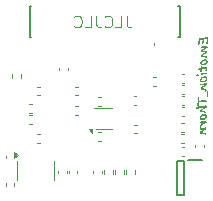
<source format=gbr>
%TF.GenerationSoftware,KiCad,Pcbnew,9.0.2*%
%TF.CreationDate,2025-10-20T10:27:04+08:00*%
%TF.ProjectId,IMX415,494d5834-3135-42e6-9b69-6361645f7063,rev?*%
%TF.SameCoordinates,Original*%
%TF.FileFunction,Legend,Bot*%
%TF.FilePolarity,Positive*%
%FSLAX46Y46*%
G04 Gerber Fmt 4.6, Leading zero omitted, Abs format (unit mm)*
G04 Created by KiCad (PCBNEW 9.0.2) date 2025-10-20 10:27:04*
%MOMM*%
%LPD*%
G01*
G04 APERTURE LIST*
%ADD10C,0.100000*%
%ADD11C,0.120000*%
%ADD12C,0.000000*%
%ADD13C,0.200000*%
G04 APERTURE END LIST*
D10*
X165010401Y-102462419D02*
X165010401Y-103176704D01*
X165010401Y-103176704D02*
X165058020Y-103319561D01*
X165058020Y-103319561D02*
X165153258Y-103414800D01*
X165153258Y-103414800D02*
X165296115Y-103462419D01*
X165296115Y-103462419D02*
X165391353Y-103462419D01*
X164058020Y-103462419D02*
X164534210Y-103462419D01*
X164534210Y-103462419D02*
X164534210Y-102462419D01*
X163153258Y-103367180D02*
X163200877Y-103414800D01*
X163200877Y-103414800D02*
X163343734Y-103462419D01*
X163343734Y-103462419D02*
X163438972Y-103462419D01*
X163438972Y-103462419D02*
X163581829Y-103414800D01*
X163581829Y-103414800D02*
X163677067Y-103319561D01*
X163677067Y-103319561D02*
X163724686Y-103224323D01*
X163724686Y-103224323D02*
X163772305Y-103033847D01*
X163772305Y-103033847D02*
X163772305Y-102890990D01*
X163772305Y-102890990D02*
X163724686Y-102700514D01*
X163724686Y-102700514D02*
X163677067Y-102605276D01*
X163677067Y-102605276D02*
X163581829Y-102510038D01*
X163581829Y-102510038D02*
X163438972Y-102462419D01*
X163438972Y-102462419D02*
X163343734Y-102462419D01*
X163343734Y-102462419D02*
X163200877Y-102510038D01*
X163200877Y-102510038D02*
X163153258Y-102557657D01*
X162438972Y-102462419D02*
X162438972Y-103176704D01*
X162438972Y-103176704D02*
X162486591Y-103319561D01*
X162486591Y-103319561D02*
X162581829Y-103414800D01*
X162581829Y-103414800D02*
X162724686Y-103462419D01*
X162724686Y-103462419D02*
X162819924Y-103462419D01*
X161486591Y-103462419D02*
X161962781Y-103462419D01*
X161962781Y-103462419D02*
X161962781Y-102462419D01*
X160581829Y-103367180D02*
X160629448Y-103414800D01*
X160629448Y-103414800D02*
X160772305Y-103462419D01*
X160772305Y-103462419D02*
X160867543Y-103462419D01*
X160867543Y-103462419D02*
X161010400Y-103414800D01*
X161010400Y-103414800D02*
X161105638Y-103319561D01*
X161105638Y-103319561D02*
X161153257Y-103224323D01*
X161153257Y-103224323D02*
X161200876Y-103033847D01*
X161200876Y-103033847D02*
X161200876Y-102890990D01*
X161200876Y-102890990D02*
X161153257Y-102700514D01*
X161153257Y-102700514D02*
X161105638Y-102605276D01*
X161105638Y-102605276D02*
X161010400Y-102510038D01*
X161010400Y-102510038D02*
X160867543Y-102462419D01*
X160867543Y-102462419D02*
X160772305Y-102462419D01*
X160772305Y-102462419D02*
X160629448Y-102510038D01*
X160629448Y-102510038D02*
X160581829Y-102557657D01*
D11*
%TO.C,C22*%
X162607163Y-113050000D02*
X162822835Y-113050000D01*
X162607163Y-112330000D02*
X162822835Y-112330000D01*
D12*
%TO.C,G\u002A\u002A\u002A*%
G36*
X171838582Y-104286706D02*
G01*
X171879227Y-104312303D01*
X171893638Y-104330387D01*
X171901704Y-104352409D01*
X171903607Y-104385093D01*
X171900730Y-104436418D01*
X171900298Y-104442041D01*
X171893393Y-104519262D01*
X171884615Y-104600452D01*
X171874679Y-104680499D01*
X171864303Y-104754286D01*
X171854200Y-104816695D01*
X171845088Y-104862612D01*
X171837684Y-104886918D01*
X171832050Y-104895762D01*
X171809022Y-104909494D01*
X171782224Y-104898462D01*
X171754474Y-104863461D01*
X171747674Y-104851460D01*
X171739766Y-104833102D01*
X171736610Y-104812332D01*
X171738263Y-104783162D01*
X171744781Y-104739598D01*
X171756218Y-104675655D01*
X171758225Y-104664693D01*
X171773604Y-104580954D01*
X171784538Y-104519766D01*
X171791066Y-104477624D01*
X171793226Y-104451015D01*
X171791058Y-104436428D01*
X171784602Y-104430355D01*
X171773896Y-104429286D01*
X171758981Y-104429709D01*
X171730572Y-104431211D01*
X171681481Y-104438240D01*
X171632830Y-104449145D01*
X171593380Y-104461841D01*
X171571894Y-104474241D01*
X171570558Y-104476489D01*
X171563107Y-104500651D01*
X171553403Y-104544689D01*
X171542552Y-104603194D01*
X171531663Y-104670753D01*
X171526700Y-104703077D01*
X171514455Y-104774053D01*
X171503342Y-104823012D01*
X171492479Y-104853401D01*
X171480981Y-104868666D01*
X171470806Y-104875723D01*
X171448784Y-104884120D01*
X171431758Y-104872922D01*
X171412972Y-104839199D01*
X171407998Y-104828365D01*
X171400713Y-104807387D01*
X171397763Y-104783856D01*
X171399231Y-104751803D01*
X171405200Y-104705260D01*
X171415753Y-104638258D01*
X171424710Y-104580002D01*
X171431568Y-104528670D01*
X171435163Y-104492873D01*
X171434844Y-104478068D01*
X171427887Y-104476233D01*
X171399894Y-104478374D01*
X171358460Y-104485800D01*
X171311317Y-104496656D01*
X171266198Y-104509087D01*
X171230838Y-104521239D01*
X171212970Y-104531260D01*
X171211371Y-104534151D01*
X171204394Y-104560113D01*
X171196461Y-104605863D01*
X171188433Y-104665906D01*
X171181167Y-104734746D01*
X171179444Y-104752861D01*
X171172086Y-104820759D01*
X171164416Y-104879008D01*
X171157246Y-104921909D01*
X171151388Y-104943756D01*
X171142535Y-104955231D01*
X171116418Y-104963944D01*
X171086672Y-104953023D01*
X171061122Y-104924169D01*
X171060176Y-104922451D01*
X171053310Y-104906384D01*
X171049670Y-104886314D01*
X171049433Y-104857738D01*
X171052774Y-104816151D01*
X171059875Y-104757052D01*
X171070910Y-104675937D01*
X171076486Y-104635064D01*
X171086000Y-104560654D01*
X171093604Y-104495010D01*
X171098629Y-104444059D01*
X171100411Y-104413729D01*
X171101090Y-104392927D01*
X171109807Y-104362603D01*
X171131922Y-104353814D01*
X171171657Y-104363587D01*
X171191665Y-104368801D01*
X171218019Y-104371039D01*
X171254593Y-104369961D01*
X171305448Y-104365301D01*
X171374651Y-104356790D01*
X171466264Y-104344160D01*
X171544441Y-104332670D01*
X171618904Y-104320931D01*
X171681483Y-104310246D01*
X171727273Y-104301454D01*
X171751370Y-104295391D01*
X171787273Y-104285093D01*
X171838582Y-104286706D01*
G37*
G36*
X171868083Y-108834660D02*
G01*
X171891118Y-108854247D01*
X171893562Y-108861124D01*
X171897980Y-108895234D01*
X171900676Y-108953214D01*
X171901581Y-109033036D01*
X171900623Y-109132667D01*
X171899835Y-109175100D01*
X171897916Y-109254327D01*
X171895552Y-109311694D01*
X171892398Y-109350663D01*
X171888109Y-109374692D01*
X171882338Y-109387245D01*
X171874741Y-109391782D01*
X171873815Y-109391926D01*
X171851988Y-109383593D01*
X171829505Y-109359593D01*
X171820572Y-109342879D01*
X171814303Y-109321478D01*
X171810347Y-109290964D01*
X171808351Y-109246911D01*
X171807957Y-109184892D01*
X171808819Y-109100479D01*
X171809747Y-109048188D01*
X171811661Y-108977125D01*
X171814031Y-108917747D01*
X171816644Y-108875104D01*
X171819285Y-108854247D01*
X171827215Y-108841619D01*
X171851874Y-108830766D01*
X171868083Y-108834660D01*
G37*
G36*
X171725003Y-106153493D02*
G01*
X171787866Y-106190311D01*
X171835355Y-106247828D01*
X171843466Y-106263620D01*
X171859747Y-106328085D01*
X171853731Y-106394618D01*
X171828557Y-106460376D01*
X171787365Y-106522520D01*
X171733293Y-106578208D01*
X171669479Y-106624598D01*
X171599064Y-106658849D01*
X171525188Y-106678120D01*
X171450986Y-106679569D01*
X171379600Y-106660356D01*
X171361888Y-106651520D01*
X171305607Y-106607719D01*
X171264103Y-106550204D01*
X171241174Y-106485534D01*
X171241045Y-106470486D01*
X171350592Y-106470486D01*
X171351664Y-106489889D01*
X171369466Y-106523227D01*
X171409273Y-106542920D01*
X171471952Y-106549532D01*
X171517626Y-106544925D01*
X171592460Y-106519314D01*
X171661421Y-106475166D01*
X171716273Y-106416946D01*
X171735098Y-106382764D01*
X171750116Y-106339697D01*
X171751062Y-106335246D01*
X171753598Y-106308759D01*
X171742421Y-106293940D01*
X171711401Y-106281588D01*
X171708856Y-106280773D01*
X171648830Y-106272879D01*
X171582569Y-106281457D01*
X171515584Y-106303624D01*
X171453385Y-106336494D01*
X171401480Y-106377185D01*
X171365379Y-106422810D01*
X171350592Y-106470486D01*
X171241045Y-106470486D01*
X171240614Y-106420265D01*
X171253618Y-106377061D01*
X171293922Y-106309473D01*
X171354051Y-106248777D01*
X171429677Y-106198244D01*
X171516473Y-106161147D01*
X171610116Y-106140756D01*
X171648830Y-106139141D01*
X171650349Y-106139078D01*
X171725003Y-106153493D01*
G37*
G36*
X171741120Y-105047019D02*
G01*
X171794834Y-105054359D01*
X171825722Y-105067889D01*
X171844815Y-105098328D01*
X171851329Y-105139752D01*
X171841369Y-105176196D01*
X171828733Y-105186905D01*
X171796968Y-105208345D01*
X171751469Y-105236669D01*
X171697332Y-105268607D01*
X171612378Y-105318364D01*
X171538957Y-105363741D01*
X171488682Y-105398131D01*
X171461018Y-105421903D01*
X171455427Y-105435428D01*
X171463679Y-105439178D01*
X171494225Y-105445222D01*
X171541416Y-105451240D01*
X171599261Y-105456358D01*
X171662090Y-105461402D01*
X171704929Y-105466963D01*
X171733601Y-105474725D01*
X171754444Y-105486413D01*
X171773801Y-105503744D01*
X171796253Y-105529292D01*
X171809436Y-105556280D01*
X171806862Y-105582369D01*
X171786753Y-105609860D01*
X171747327Y-105641050D01*
X171686805Y-105678237D01*
X171603407Y-105723719D01*
X171570377Y-105741567D01*
X171519604Y-105770620D01*
X171479613Y-105795502D01*
X171456986Y-105812236D01*
X171441834Y-105827820D01*
X171441403Y-105837632D01*
X171463695Y-105843999D01*
X171464869Y-105844250D01*
X171495363Y-105849799D01*
X171542183Y-105857375D01*
X171595696Y-105865415D01*
X171669328Y-105878833D01*
X171730491Y-105898198D01*
X171773228Y-105924023D01*
X171801910Y-105958277D01*
X171819062Y-105994445D01*
X171822156Y-106034183D01*
X171802595Y-106068985D01*
X171799074Y-106072794D01*
X171775359Y-106090721D01*
X171753910Y-106086429D01*
X171727692Y-106058976D01*
X171718538Y-106048021D01*
X171697917Y-106029364D01*
X171671104Y-106015031D01*
X171632975Y-106003229D01*
X171578408Y-105992164D01*
X171502280Y-105980040D01*
X171465225Y-105974125D01*
X171409360Y-105963729D01*
X171365758Y-105953791D01*
X171341590Y-105945836D01*
X171332213Y-105939386D01*
X171305342Y-105908454D01*
X171283613Y-105868696D01*
X171274670Y-105833008D01*
X171277670Y-105818299D01*
X171300786Y-105782906D01*
X171343876Y-105742411D01*
X171403520Y-105699781D01*
X171476298Y-105657983D01*
X171511305Y-105639348D01*
X171555349Y-105613993D01*
X171585512Y-105594157D01*
X171596698Y-105583013D01*
X171586590Y-105576937D01*
X171556283Y-105572053D01*
X171512837Y-105570152D01*
X171466950Y-105568804D01*
X171387804Y-105557305D01*
X171332009Y-105533795D01*
X171298969Y-105497955D01*
X171288087Y-105449466D01*
X171292276Y-105420100D01*
X171307856Y-105389863D01*
X171337956Y-105357342D01*
X171385694Y-105319211D01*
X171454186Y-105272143D01*
X171576572Y-105191510D01*
X171475937Y-105202229D01*
X171471694Y-105202677D01*
X171418186Y-105207689D01*
X171372257Y-105210947D01*
X171343447Y-105211762D01*
X171306963Y-105200353D01*
X171274448Y-105169738D01*
X171258312Y-105128377D01*
X171257588Y-105117562D01*
X171260999Y-105106437D01*
X171273458Y-105097924D01*
X171299338Y-105090368D01*
X171343011Y-105082118D01*
X171408848Y-105071525D01*
X171475841Y-105061868D01*
X171578343Y-105050804D01*
X171667863Y-105045844D01*
X171741120Y-105047019D01*
G37*
G36*
X171345354Y-106738018D02*
G01*
X171368987Y-106775841D01*
X171389234Y-106839229D01*
X171389483Y-106839932D01*
X171405632Y-106844591D01*
X171446125Y-106840846D01*
X171511518Y-106828648D01*
X171534632Y-106823977D01*
X171629262Y-106810529D01*
X171703821Y-106811325D01*
X171760884Y-106826977D01*
X171803025Y-106858097D01*
X171832819Y-106905303D01*
X171848631Y-106957306D01*
X171846029Y-107008965D01*
X171823756Y-107068477D01*
X171799126Y-107109722D01*
X171762503Y-107152491D01*
X171724050Y-107182480D01*
X171690066Y-107193787D01*
X171671172Y-107187713D01*
X171649600Y-107165513D01*
X171647233Y-107160775D01*
X171643132Y-107140427D01*
X171651808Y-107116130D01*
X171675731Y-107079782D01*
X171689695Y-107059463D01*
X171714558Y-107018940D01*
X171730253Y-106987452D01*
X171736157Y-106969135D01*
X171732177Y-106952826D01*
X171707004Y-106943321D01*
X171697280Y-106942155D01*
X171661466Y-106943651D01*
X171611012Y-106949600D01*
X171552800Y-106958757D01*
X171493716Y-106969871D01*
X171440644Y-106981699D01*
X171400467Y-106992994D01*
X171380072Y-107002511D01*
X171377971Y-107005964D01*
X171370473Y-107031351D01*
X171362115Y-107074029D01*
X171354346Y-107126986D01*
X171354237Y-107127857D01*
X171343617Y-107196702D01*
X171331515Y-107241933D01*
X171316711Y-107266735D01*
X171297987Y-107274295D01*
X171286810Y-107271983D01*
X171265901Y-107248663D01*
X171252917Y-107201182D01*
X171248261Y-107130694D01*
X171247834Y-107034057D01*
X171184099Y-107053396D01*
X171172173Y-107056953D01*
X171118472Y-107069966D01*
X171082357Y-107070808D01*
X171058054Y-107058646D01*
X171039794Y-107032652D01*
X171033974Y-107019922D01*
X171028500Y-106979435D01*
X171047426Y-106949709D01*
X171090063Y-106932125D01*
X171108506Y-106927966D01*
X171154896Y-106915950D01*
X171204225Y-106901749D01*
X171274670Y-106880276D01*
X171274670Y-106808507D01*
X171276090Y-106770469D01*
X171282849Y-106741305D01*
X171296620Y-106728315D01*
X171317365Y-106724598D01*
X171345354Y-106738018D01*
G37*
G36*
X171784192Y-107297361D02*
G01*
X171811554Y-107312979D01*
X171830634Y-107338200D01*
X171834983Y-107346364D01*
X171848583Y-107377641D01*
X171849564Y-107399818D01*
X171835085Y-107414526D01*
X171802308Y-107423393D01*
X171748392Y-107428051D01*
X171670496Y-107430130D01*
X171576058Y-107434151D01*
X171498265Y-107443946D01*
X171429018Y-107460638D01*
X171414634Y-107464955D01*
X171358314Y-107480537D01*
X171320710Y-107486613D01*
X171296294Y-107482533D01*
X171279538Y-107467644D01*
X171264914Y-107441295D01*
X171264518Y-107440466D01*
X171253192Y-107414324D01*
X171248466Y-107393204D01*
X171252849Y-107376080D01*
X171268845Y-107361933D01*
X171298960Y-107349731D01*
X171345699Y-107338457D01*
X171411569Y-107327084D01*
X171499076Y-107314585D01*
X171610723Y-107299940D01*
X171686717Y-107291819D01*
X171744071Y-107290566D01*
X171784192Y-107297361D01*
G37*
G36*
X171669078Y-107585728D02*
G01*
X171699697Y-107594080D01*
X171730557Y-107612111D01*
X171735614Y-107615694D01*
X171775146Y-107650585D01*
X171807710Y-107689197D01*
X171829598Y-107734493D01*
X171837843Y-107801205D01*
X171822947Y-107871542D01*
X171785857Y-107941724D01*
X171727527Y-108007969D01*
X171661683Y-108060249D01*
X171579342Y-108104678D01*
X171498479Y-108126960D01*
X171421931Y-108127168D01*
X171352532Y-108105368D01*
X171293119Y-108061636D01*
X171246528Y-107996038D01*
X171242274Y-107987314D01*
X171223718Y-107919037D01*
X171328341Y-107919037D01*
X171329554Y-107932992D01*
X171346780Y-107966166D01*
X171380927Y-107986100D01*
X171427564Y-107993454D01*
X171482254Y-107988890D01*
X171540563Y-107973069D01*
X171598056Y-107946653D01*
X171650299Y-107910303D01*
X171692857Y-107864680D01*
X171711591Y-107830382D01*
X171725633Y-107787811D01*
X171729020Y-107762252D01*
X171721643Y-107743109D01*
X171695598Y-107729620D01*
X171674164Y-107723338D01*
X171614972Y-107720272D01*
X171549999Y-107732211D01*
X171484672Y-107756356D01*
X171424416Y-107789910D01*
X171374659Y-107830074D01*
X171340825Y-107874048D01*
X171328341Y-107919037D01*
X171223718Y-107919037D01*
X171222681Y-107915220D01*
X171228720Y-107842228D01*
X171259651Y-107771491D01*
X171314730Y-107706161D01*
X171319657Y-107701767D01*
X171377814Y-107661824D01*
X171451097Y-107626391D01*
X171528940Y-107599881D01*
X171600776Y-107586707D01*
X171614972Y-107585793D01*
X171627974Y-107584956D01*
X171669078Y-107585728D01*
G37*
G36*
X171756899Y-108202642D02*
G01*
X171776127Y-108216308D01*
X171791173Y-108238709D01*
X171803483Y-108265064D01*
X171808650Y-108292633D01*
X171801173Y-108318343D01*
X171778709Y-108344818D01*
X171738915Y-108374681D01*
X171679448Y-108410555D01*
X171597965Y-108455066D01*
X171536620Y-108488709D01*
X171468206Y-108530027D01*
X171423894Y-108562751D01*
X171403074Y-108587355D01*
X171405132Y-108604313D01*
X171413328Y-108608511D01*
X171444461Y-108617414D01*
X171491845Y-108627437D01*
X171549009Y-108637104D01*
X171582749Y-108642490D01*
X171638073Y-108652738D01*
X171681295Y-108662540D01*
X171705166Y-108670352D01*
X171712847Y-108675334D01*
X171741000Y-108707414D01*
X171762541Y-108751203D01*
X171771130Y-108794744D01*
X171764325Y-108824391D01*
X171745222Y-108858975D01*
X171720480Y-108886578D01*
X171696830Y-108897855D01*
X171689211Y-108896356D01*
X171668743Y-108878086D01*
X171655342Y-108847635D01*
X171654631Y-108815920D01*
X171655939Y-108810831D01*
X171656931Y-108800620D01*
X171651486Y-108792811D01*
X171635597Y-108786040D01*
X171605260Y-108778946D01*
X171556465Y-108770168D01*
X171485206Y-108758344D01*
X171440610Y-108750301D01*
X171377250Y-108734232D01*
X171332670Y-108714040D01*
X171301667Y-108686998D01*
X171279038Y-108650384D01*
X171269108Y-108622939D01*
X171268739Y-108568308D01*
X171294776Y-108514460D01*
X171347365Y-108461160D01*
X171426645Y-108408174D01*
X171509482Y-108360884D01*
X171400780Y-108369483D01*
X171361356Y-108372416D01*
X171321629Y-108373817D01*
X171297544Y-108370737D01*
X171282515Y-108362016D01*
X171269956Y-108346500D01*
X171251022Y-108311943D01*
X171248248Y-108275537D01*
X171270316Y-108249120D01*
X171317161Y-108232755D01*
X171388721Y-108226505D01*
X171398534Y-108226293D01*
X171461504Y-108222867D01*
X171534414Y-108216403D01*
X171603407Y-108208091D01*
X171621824Y-108205525D01*
X171684980Y-108198104D01*
X171728261Y-108196859D01*
X171756899Y-108202642D01*
G37*
G36*
X171097246Y-109328289D02*
G01*
X171124974Y-109346808D01*
X171142516Y-109388766D01*
X171150019Y-109454685D01*
X171147628Y-109545086D01*
X171138223Y-109677732D01*
X171182966Y-109670041D01*
X171220321Y-109664205D01*
X171295486Y-109654955D01*
X171377855Y-109647295D01*
X171462591Y-109641427D01*
X171544854Y-109637557D01*
X171619806Y-109635886D01*
X171682608Y-109636618D01*
X171728421Y-109639957D01*
X171752408Y-109646106D01*
X171753063Y-109646566D01*
X171769512Y-109665609D01*
X171788090Y-109696217D01*
X171798786Y-109718911D01*
X171803912Y-109740995D01*
X171796824Y-109756582D01*
X171774600Y-109766857D01*
X171734316Y-109773016D01*
X171673049Y-109776245D01*
X171587874Y-109777737D01*
X171564154Y-109778057D01*
X171456756Y-109781402D01*
X171358505Y-109787480D01*
X171272936Y-109795883D01*
X171203586Y-109806201D01*
X171153991Y-109818026D01*
X171127687Y-109830949D01*
X171127549Y-109831087D01*
X171118236Y-109849008D01*
X171111288Y-109883551D01*
X171106247Y-109938116D01*
X171102653Y-110016100D01*
X171097132Y-110181946D01*
X171269762Y-110156909D01*
X171333021Y-110147397D01*
X171424263Y-110132844D01*
X171514021Y-110117739D01*
X171589740Y-110104154D01*
X171737087Y-110076435D01*
X171767526Y-110111824D01*
X171777706Y-110124394D01*
X171797198Y-110161252D01*
X171794488Y-110194270D01*
X171768363Y-110227138D01*
X171717608Y-110263548D01*
X171683430Y-110284846D01*
X171578520Y-110351480D01*
X171495889Y-110406164D01*
X171435859Y-110448677D01*
X171398751Y-110478793D01*
X171384884Y-110496287D01*
X171386490Y-110506721D01*
X171400471Y-110515157D01*
X171431859Y-110521572D01*
X171485361Y-110527425D01*
X171490050Y-110527865D01*
X171547598Y-110534858D01*
X171600019Y-110543738D01*
X171636487Y-110552695D01*
X171636893Y-110552833D01*
X171674729Y-110574022D01*
X171706932Y-110606509D01*
X171730668Y-110644413D01*
X171743104Y-110681851D01*
X171741407Y-110712939D01*
X171722744Y-110731796D01*
X171711264Y-110732765D01*
X171678663Y-110725678D01*
X171638882Y-110709770D01*
X171627685Y-110704828D01*
X171578858Y-110688471D01*
X171517367Y-110672935D01*
X171453838Y-110661018D01*
X171421217Y-110655982D01*
X171355031Y-110644118D01*
X171308754Y-110631973D01*
X171277500Y-110617554D01*
X171256383Y-110598867D01*
X171240519Y-110573914D01*
X171235001Y-110562973D01*
X171225879Y-110537311D01*
X171228375Y-110513026D01*
X171242785Y-110477481D01*
X171252529Y-110459621D01*
X171294020Y-110408726D01*
X171360389Y-110347973D01*
X171451593Y-110277402D01*
X171456706Y-110273640D01*
X171467886Y-110263949D01*
X171463802Y-110261060D01*
X171440851Y-110264823D01*
X171395430Y-110275092D01*
X171380807Y-110278496D01*
X171260329Y-110306376D01*
X171162935Y-110328267D01*
X171085899Y-110344364D01*
X171026493Y-110354859D01*
X170981991Y-110359943D01*
X170949663Y-110359811D01*
X170926784Y-110354655D01*
X170910626Y-110344667D01*
X170898460Y-110330040D01*
X170887561Y-110310966D01*
X170878341Y-110288348D01*
X170872134Y-110256094D01*
X170873566Y-110248036D01*
X170892394Y-110224630D01*
X170926054Y-110206603D01*
X170965593Y-110199387D01*
X170979665Y-110198463D01*
X171011592Y-110191370D01*
X171022774Y-110185299D01*
X171024832Y-110172187D01*
X171012690Y-110145074D01*
X171005852Y-110127871D01*
X170996077Y-110072328D01*
X170993998Y-109996255D01*
X170999612Y-109903235D01*
X171012917Y-109796851D01*
X171016468Y-109772301D01*
X171026148Y-109692743D01*
X171034610Y-109606549D01*
X171040342Y-109528494D01*
X171040804Y-109520271D01*
X171045467Y-109444900D01*
X171050118Y-109392051D01*
X171055662Y-109357791D01*
X171063009Y-109338189D01*
X171073063Y-109329312D01*
X171086731Y-109327226D01*
X171097246Y-109328289D01*
G37*
G36*
X171667573Y-110794403D02*
G01*
X171676089Y-110798126D01*
X171715979Y-110823029D01*
X171746363Y-110859760D01*
X171773710Y-110915713D01*
X171777137Y-110924476D01*
X171790734Y-110991623D01*
X171780330Y-111057767D01*
X171745195Y-111125200D01*
X171684602Y-111196211D01*
X171619111Y-111251699D01*
X171539835Y-111296233D01*
X171460152Y-111319466D01*
X171383385Y-111321381D01*
X171312854Y-111301957D01*
X171251879Y-111261176D01*
X171203780Y-111199016D01*
X171192332Y-111176228D01*
X171178749Y-111125388D01*
X171281957Y-111125388D01*
X171301965Y-111155125D01*
X171339689Y-111171993D01*
X171392867Y-111178538D01*
X171451598Y-111174359D01*
X171506224Y-111159260D01*
X171509166Y-111158009D01*
X171569144Y-111123692D01*
X171621770Y-111078450D01*
X171657560Y-111030362D01*
X171667015Y-111010599D01*
X171678086Y-110969671D01*
X171668081Y-110942933D01*
X171635497Y-110928349D01*
X171578828Y-110923885D01*
X171571981Y-110923963D01*
X171508208Y-110932187D01*
X171446228Y-110951983D01*
X171389437Y-110980517D01*
X171341222Y-111014957D01*
X171304977Y-111052470D01*
X171284091Y-111090225D01*
X171281957Y-111125388D01*
X171178749Y-111125388D01*
X171173050Y-111104056D01*
X171180487Y-111032708D01*
X171214690Y-110961192D01*
X171223526Y-110948595D01*
X171280880Y-110888546D01*
X171352956Y-110839267D01*
X171433708Y-110802987D01*
X171517093Y-110781933D01*
X171578828Y-110779151D01*
X171597061Y-110778329D01*
X171667573Y-110794403D01*
G37*
G36*
X171612043Y-111421578D02*
G01*
X171675002Y-111423638D01*
X171718572Y-111428925D01*
X171747012Y-111438431D01*
X171764578Y-111453153D01*
X171775529Y-111474083D01*
X171779566Y-111493471D01*
X171780427Y-111527755D01*
X171780387Y-111528256D01*
X171776050Y-111546525D01*
X171762745Y-111559546D01*
X171734674Y-111570743D01*
X171686040Y-111583543D01*
X171649549Y-111593387D01*
X171546394Y-111631286D01*
X171450566Y-111680433D01*
X171371788Y-111736107D01*
X171358718Y-111747446D01*
X171319569Y-111785540D01*
X171299499Y-111816341D01*
X171295795Y-111845750D01*
X171305743Y-111879667D01*
X171307306Y-111883551D01*
X171317118Y-111917994D01*
X171317683Y-111942356D01*
X171319682Y-111948770D01*
X171337600Y-111954037D01*
X171374679Y-111955394D01*
X171432761Y-111952798D01*
X171513684Y-111946207D01*
X171619292Y-111935582D01*
X171702268Y-111926724D01*
X171729939Y-111972115D01*
X171734733Y-111980241D01*
X171751049Y-112012883D01*
X171757662Y-112034919D01*
X171746851Y-112059460D01*
X171711950Y-112091995D01*
X171652447Y-112131914D01*
X171567855Y-112179587D01*
X171500292Y-112216495D01*
X171428206Y-112259376D01*
X171378958Y-112293702D01*
X171353230Y-112318982D01*
X171351707Y-112334723D01*
X171359578Y-112338727D01*
X171390393Y-112347275D01*
X171437540Y-112356778D01*
X171494520Y-112365822D01*
X171503107Y-112367038D01*
X171577966Y-112379967D01*
X171631065Y-112395377D01*
X171667030Y-112415807D01*
X171690488Y-112443795D01*
X171706063Y-112481878D01*
X171714048Y-112513190D01*
X171714666Y-112543342D01*
X171703263Y-112571178D01*
X171696753Y-112581994D01*
X171667735Y-112615471D01*
X171640082Y-112624688D01*
X171616039Y-112608682D01*
X171604712Y-112587634D01*
X171596698Y-112552265D01*
X171596684Y-112544943D01*
X171594957Y-112534086D01*
X171587500Y-112525949D01*
X171570157Y-112519167D01*
X171538769Y-112512373D01*
X171489179Y-112504201D01*
X171417227Y-112493282D01*
X171394764Y-112489687D01*
X171329178Y-112475011D01*
X171283306Y-112455274D01*
X171251598Y-112427385D01*
X171228499Y-112388253D01*
X171218294Y-112359917D01*
X171215168Y-112303229D01*
X171237216Y-112249314D01*
X171284987Y-112197142D01*
X171359038Y-112145680D01*
X171428975Y-112104502D01*
X171338630Y-112113151D01*
X171317304Y-112114976D01*
X171265259Y-112115542D01*
X171232034Y-112106225D01*
X171212143Y-112084424D01*
X171200101Y-112047544D01*
X171197981Y-112036486D01*
X171199633Y-112006074D01*
X171219171Y-111982742D01*
X171227543Y-111975659D01*
X171238185Y-111961078D01*
X171227937Y-111952362D01*
X171225614Y-111951264D01*
X171206286Y-111930111D01*
X171187388Y-111893315D01*
X171173043Y-111850489D01*
X171167377Y-111811245D01*
X171167829Y-111802026D01*
X171185463Y-111748754D01*
X171227852Y-111691610D01*
X171293793Y-111632304D01*
X171296084Y-111630527D01*
X171331370Y-111602136D01*
X171355360Y-111580914D01*
X171362978Y-111571336D01*
X171358706Y-111570833D01*
X171335064Y-111574528D01*
X171298671Y-111583224D01*
X171265028Y-111590851D01*
X171225756Y-111591668D01*
X171200484Y-111576305D01*
X171183280Y-111542677D01*
X171178841Y-111528526D01*
X171177319Y-111499200D01*
X171193083Y-111472086D01*
X171212040Y-111456220D01*
X171243821Y-111443261D01*
X171290619Y-111433729D01*
X171355377Y-111427210D01*
X171441032Y-111423287D01*
X171550526Y-111421544D01*
X171612043Y-111421578D01*
G37*
G36*
X171021761Y-107423843D02*
G01*
X171024166Y-107424662D01*
X171059499Y-107441157D01*
X171083465Y-107459715D01*
X171092377Y-107473657D01*
X171100237Y-107498862D01*
X171090793Y-107521575D01*
X171067193Y-107549547D01*
X171038735Y-107573040D01*
X171014729Y-107582905D01*
X171004923Y-107583601D01*
X170974260Y-107590898D01*
X170961998Y-107590363D01*
X170942504Y-107572690D01*
X170926053Y-107541499D01*
X170916437Y-107504814D01*
X170917446Y-107470656D01*
X170917545Y-107470259D01*
X170937768Y-107432649D01*
X170972934Y-107416985D01*
X171021761Y-107423843D01*
G37*
D11*
%TO.C,R3*%
X163100000Y-115536359D02*
X163100000Y-115843641D01*
X163860000Y-115536359D02*
X163860000Y-115843641D01*
%TO.C,R4*%
X155275000Y-107446359D02*
X155275000Y-107753641D01*
X156035000Y-107446359D02*
X156035000Y-107753641D01*
%TO.C,C21*%
X170800000Y-113617836D02*
X170800000Y-113402164D01*
X171520000Y-113617836D02*
X171520000Y-113402164D01*
%TO.C,C25*%
X169652164Y-113610000D02*
X169867836Y-113610000D01*
X169652164Y-114330000D02*
X169867836Y-114330000D01*
%TO.C,C24*%
X162812835Y-109370000D02*
X162597163Y-109370000D01*
X162812835Y-110090000D02*
X162597163Y-110090000D01*
D13*
%TO.C,J2*%
X156778700Y-101640000D02*
X156778700Y-104240000D01*
X156778700Y-104240000D02*
X156928700Y-104240000D01*
X156928700Y-101640000D02*
X156778700Y-101640000D01*
D10*
X167328700Y-104839999D02*
X167328700Y-104839999D01*
X167328700Y-104940000D02*
X167328700Y-104940000D01*
D13*
X169328700Y-104240000D02*
X169478700Y-104240000D01*
X169478700Y-101640000D02*
X169328700Y-101640000D01*
X169478700Y-104240000D02*
X169478700Y-101640000D01*
D10*
X167328700Y-104839999D02*
G75*
G02*
X167328700Y-104940001I1J-50001D01*
G01*
X167328700Y-104940000D02*
G75*
G02*
X167328700Y-104840000I0J50000D01*
G01*
D11*
%TO.C,C2*%
X165632164Y-111700000D02*
X165847836Y-111700000D01*
X165632164Y-112420000D02*
X165847836Y-112420000D01*
%TO.C,C12*%
X157442164Y-108510000D02*
X157657836Y-108510000D01*
X157442164Y-109230000D02*
X157657836Y-109230000D01*
%TO.C,C17*%
X169867836Y-108370000D02*
X169652164Y-108370000D01*
X169867836Y-109090000D02*
X169652164Y-109090000D01*
%TO.C,C13*%
X169642164Y-112500000D02*
X169857836Y-112500000D01*
X169642164Y-113220000D02*
X169857836Y-113220000D01*
%TO.C,C10*%
X159200000Y-115807836D02*
X159200000Y-115592164D01*
X159920000Y-115807836D02*
X159920000Y-115592164D01*
%TO.C,C3*%
X162180000Y-115817836D02*
X162180000Y-115602164D01*
X162900000Y-115817836D02*
X162900000Y-115602164D01*
D13*
%TO.C,PS1*%
X169230000Y-114760000D02*
X169230000Y-117660000D01*
X169230000Y-117660000D02*
X169830000Y-117660000D01*
X169830000Y-114760000D02*
X169230000Y-114760000D01*
X169830000Y-117660000D02*
X169830000Y-114760000D01*
X171380000Y-114710000D02*
X170180000Y-114710000D01*
D11*
%TO.C,C7*%
X169867836Y-110210000D02*
X169652164Y-110210000D01*
X169867836Y-110930000D02*
X169652164Y-110930000D01*
%TO.C,C15*%
X167252164Y-107670000D02*
X167467836Y-107670000D01*
X167252164Y-108390000D02*
X167467836Y-108390000D01*
%TO.C,R1*%
X164040000Y-115546359D02*
X164040000Y-115853641D01*
X164800000Y-115546359D02*
X164800000Y-115853641D01*
%TO.C,C6*%
X159290000Y-107087836D02*
X159290000Y-106872164D01*
X160010000Y-107087836D02*
X160010000Y-106872164D01*
%TO.C,C16*%
X169867836Y-109290000D02*
X169652164Y-109290000D01*
X169867836Y-110010000D02*
X169652164Y-110010000D01*
%TO.C,R2*%
X164980000Y-115853641D02*
X164980000Y-115546359D01*
X165740000Y-115853641D02*
X165740000Y-115546359D01*
%TO.C,C1*%
X160650864Y-110132772D02*
X160866536Y-110132772D01*
X160650864Y-110852772D02*
X160866536Y-110852772D01*
%TO.C,C19*%
X160120000Y-115817836D02*
X160120000Y-115602164D01*
X160840000Y-115817836D02*
X160840000Y-115602164D01*
%TO.C,U3*%
X162219999Y-110310000D02*
X163789999Y-110310000D01*
X162424999Y-112110000D02*
X163784999Y-112110000D01*
X162104999Y-112390000D02*
X161824999Y-112110000D01*
X162104999Y-112110000D01*
X162104999Y-112390000D01*
G36*
X162104999Y-112390000D02*
G01*
X161824999Y-112110000D01*
X162104999Y-112110000D01*
X162104999Y-112390000D01*
G37*
%TO.C,C18*%
X157442164Y-112500000D02*
X157657836Y-112500000D01*
X157442164Y-113220000D02*
X157657836Y-113220000D01*
%TO.C,U2*%
X155737499Y-115590000D02*
X155737500Y-114790000D01*
X155737499Y-115590000D02*
X155737500Y-116390000D01*
X158857501Y-115590000D02*
X158857500Y-114790000D01*
X158857501Y-115590000D02*
X158857500Y-116390000D01*
X155787500Y-114290000D02*
X155457500Y-114530000D01*
X155457500Y-114050000D01*
X155787500Y-114290000D01*
G36*
X155787500Y-114290000D02*
G01*
X155457500Y-114530000D01*
X155457500Y-114050000D01*
X155787500Y-114290000D01*
G37*
%TO.C,C8*%
X169867836Y-107450000D02*
X169652164Y-107450000D01*
X169867836Y-108170000D02*
X169652164Y-108170000D01*
%TO.C,C4*%
X156957836Y-110910000D02*
X156742164Y-110910000D01*
X156957836Y-111630000D02*
X156742164Y-111630000D01*
%TO.C,C5*%
X169642164Y-111580000D02*
X169857836Y-111580000D01*
X169642164Y-112300000D02*
X169857836Y-112300000D01*
%TO.C,C11*%
X165612164Y-109310000D02*
X165827836Y-109310000D01*
X165612164Y-110030000D02*
X165827836Y-110030000D01*
%TO.C,C14*%
X156957836Y-109990000D02*
X156742164Y-109990000D01*
X156957836Y-110710000D02*
X156742164Y-110710000D01*
%TO.C,C9*%
X160650864Y-108482772D02*
X160866536Y-108482772D01*
X160650864Y-109202772D02*
X160866536Y-109202772D01*
%TO.C,C23*%
X154770000Y-116857835D02*
X154770000Y-116642163D01*
X155490000Y-116857835D02*
X155490000Y-116642163D01*
%TO.C,C20*%
X154780001Y-114342163D02*
X154780001Y-114557835D01*
X155500001Y-114342163D02*
X155500001Y-114557835D01*
%TD*%
M02*

</source>
